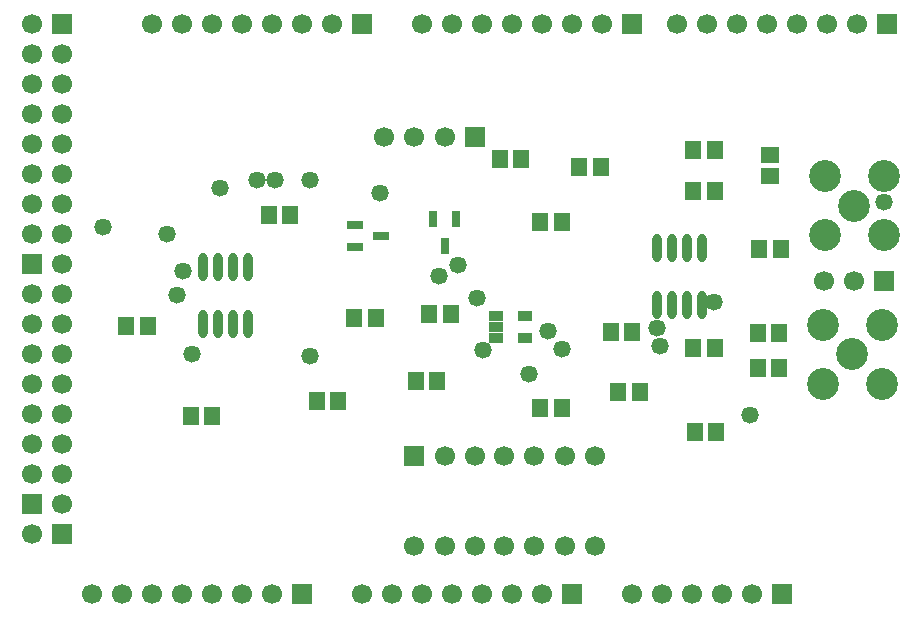
<source format=gbs>
%FSLAX42Y42*%
%MOMM*%
G71*
G01*
G75*
%ADD10R,1.10X0.65*%
%ADD11R,1.40X1.20*%
%ADD12R,1.20X1.40*%
%ADD13O,0.60X2.20*%
%ADD14R,1.15X0.60*%
%ADD15R,0.60X1.15*%
%ADD16C,0.25*%
%ADD17R,1.50X1.50*%
%ADD18C,1.50*%
%ADD19R,1.50X1.50*%
%ADD20C,2.50*%
%ADD21R,1.50X1.50*%
%ADD22C,1.50*%
%ADD23C,1.27*%
%ADD24R,1.30X0.85*%
%ADD25R,1.60X1.40*%
%ADD26R,1.40X1.60*%
%ADD27O,0.80X2.40*%
%ADD28R,1.35X0.80*%
%ADD29R,0.80X1.35*%
%ADD30R,1.70X1.70*%
%ADD31C,1.70*%
%ADD32R,1.70X1.70*%
%ADD33C,2.70*%
%ADD34R,1.70X1.70*%
%ADD35C,1.70*%
%ADD36C,1.47*%
D24*
X6471Y2610D02*
D03*
Y2515D02*
D03*
Y2420D02*
D03*
X6711D02*
D03*
Y2610D02*
D03*
D25*
X8788Y3796D02*
D03*
Y3976D02*
D03*
D26*
X8140Y4013D02*
D03*
X8320D02*
D03*
X8878Y3175D02*
D03*
X8698D02*
D03*
X8686Y2464D02*
D03*
X8866D02*
D03*
X8686Y2172D02*
D03*
X8866D02*
D03*
X8320Y2337D02*
D03*
X8140D02*
D03*
X8332Y1626D02*
D03*
X8152D02*
D03*
X7621Y2476D02*
D03*
X7441D02*
D03*
X7685Y1968D02*
D03*
X7505D02*
D03*
X7024Y1829D02*
D03*
X6844D02*
D03*
X8320Y3670D02*
D03*
X8140D02*
D03*
X7174Y3874D02*
D03*
X7354D02*
D03*
X7024Y3404D02*
D03*
X6844D02*
D03*
X6681Y3937D02*
D03*
X6501D02*
D03*
X6084Y2629D02*
D03*
X5904D02*
D03*
X5449Y2591D02*
D03*
X5269D02*
D03*
X4726Y3467D02*
D03*
X4545D02*
D03*
X3519Y2527D02*
D03*
X3339D02*
D03*
X4065Y1765D02*
D03*
X3885D02*
D03*
X5132Y1892D02*
D03*
X4952D02*
D03*
X5790Y2057D02*
D03*
X5970D02*
D03*
D27*
X7836Y2706D02*
D03*
X7963D02*
D03*
X8090D02*
D03*
X8217D02*
D03*
X7836Y3186D02*
D03*
X7963D02*
D03*
X8090D02*
D03*
X8217D02*
D03*
X3988Y2541D02*
D03*
X4115D02*
D03*
X4242D02*
D03*
X4369D02*
D03*
X3988Y3021D02*
D03*
X4115D02*
D03*
X4242D02*
D03*
X4369D02*
D03*
D28*
X5497Y3289D02*
D03*
X5272Y3194D02*
D03*
Y3384D02*
D03*
D29*
X6033Y3202D02*
D03*
X5937Y3427D02*
D03*
X6128D02*
D03*
D30*
X4826Y254D02*
D03*
X2794Y762D02*
D03*
X8890Y254D02*
D03*
X2794Y5080D02*
D03*
X6287Y4128D02*
D03*
X7620Y5080D02*
D03*
X9754Y2908D02*
D03*
X7112Y254D02*
D03*
X5334Y5080D02*
D03*
X9779D02*
D03*
D31*
X4572Y254D02*
D03*
X4318D02*
D03*
X4064D02*
D03*
X3810D02*
D03*
X3556D02*
D03*
X3302D02*
D03*
X3048D02*
D03*
X2540Y762D02*
D03*
X7620Y254D02*
D03*
X7874D02*
D03*
X8128D02*
D03*
X8382D02*
D03*
X8636D02*
D03*
X2540Y5080D02*
D03*
X2794Y2794D02*
D03*
X2540D02*
D03*
X2794Y2540D02*
D03*
X2540D02*
D03*
X2794Y2286D02*
D03*
X2540D02*
D03*
X2794Y2032D02*
D03*
X2540D02*
D03*
X2794Y1778D02*
D03*
X2540D02*
D03*
X2794Y1524D02*
D03*
X2540D02*
D03*
X2794Y1270D02*
D03*
X2540D02*
D03*
X2794Y1016D02*
D03*
X6033Y4128D02*
D03*
X5778D02*
D03*
X5524D02*
D03*
X5842Y5080D02*
D03*
X6096D02*
D03*
X6350D02*
D03*
X6604D02*
D03*
X6858D02*
D03*
X7112D02*
D03*
X7366D02*
D03*
X9246Y2908D02*
D03*
X9500D02*
D03*
X5334Y254D02*
D03*
X5588D02*
D03*
X5842D02*
D03*
X6096D02*
D03*
X6350D02*
D03*
X6604D02*
D03*
X6858D02*
D03*
X2794Y4826D02*
D03*
X2540D02*
D03*
X2794Y4572D02*
D03*
X2540D02*
D03*
X2794Y4318D02*
D03*
X2540D02*
D03*
X2794Y4064D02*
D03*
X2540D02*
D03*
X2794Y3810D02*
D03*
X2540D02*
D03*
X2794Y3556D02*
D03*
X2540D02*
D03*
X2794Y3302D02*
D03*
X2540D02*
D03*
X2794Y3048D02*
D03*
X3556Y5080D02*
D03*
X3810D02*
D03*
X4064D02*
D03*
X4318D02*
D03*
X4572D02*
D03*
X4826D02*
D03*
X5080D02*
D03*
X8001D02*
D03*
X8255D02*
D03*
X8509D02*
D03*
X8763D02*
D03*
X9017D02*
D03*
X9271D02*
D03*
X9525D02*
D03*
D32*
X2540Y1016D02*
D03*
Y3048D02*
D03*
D33*
X9500Y3543D02*
D03*
X9750Y3293D02*
D03*
X9250D02*
D03*
Y3793D02*
D03*
X9750D02*
D03*
X9487Y2286D02*
D03*
X9737Y2036D02*
D03*
X9237D02*
D03*
Y2536D02*
D03*
X9737D02*
D03*
D34*
X5778Y1422D02*
D03*
D35*
X6033D02*
D03*
X6287D02*
D03*
X6540D02*
D03*
X6794D02*
D03*
X7049D02*
D03*
X7303D02*
D03*
X5778Y660D02*
D03*
X6033D02*
D03*
X6287D02*
D03*
X6540D02*
D03*
X6794D02*
D03*
X7049D02*
D03*
X7303D02*
D03*
D36*
X7024Y2328D02*
D03*
X6909Y2479D02*
D03*
X3767Y2789D02*
D03*
X4890Y3759D02*
D03*
X4897Y2273D02*
D03*
X7833Y2507D02*
D03*
X5484Y3653D02*
D03*
X5982Y2944D02*
D03*
X6147Y3039D02*
D03*
X7856Y2355D02*
D03*
X6359Y2318D02*
D03*
X6749Y2116D02*
D03*
X9750Y3575D02*
D03*
X4597Y3764D02*
D03*
X8621Y1770D02*
D03*
X4128Y3693D02*
D03*
X6304Y2766D02*
D03*
X8318Y2731D02*
D03*
X3683Y3302D02*
D03*
X3818Y2992D02*
D03*
X3899Y2291D02*
D03*
X3139Y3360D02*
D03*
X4445Y3764D02*
D03*
M02*

</source>
